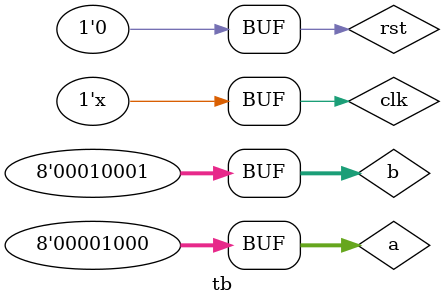
<source format=v>
module tb ();
    //Inputs
    reg clk;
    reg rst;
    reg [7:0] a;
    reg [7:0] b;
    //Output
    wire [7:0] c;
    
    adder adder_i   (
        .clk(clk),
        .rst(rst),
        .a(a),
        .b(b),
        .c(c)
    );
    
    initial begin
        //Initialize
        clk = 0;
        rst = 0;
        a = 0;
        b = 0;
        #10;
        rst = 1;
        #10;
        rst = 0;
        #100;
        a = 4;
        b = 7;
        #10;
        a = 8;
        b = 17;
    end
    
    always #5 clk = ~clk ;
endmodule 
</source>
